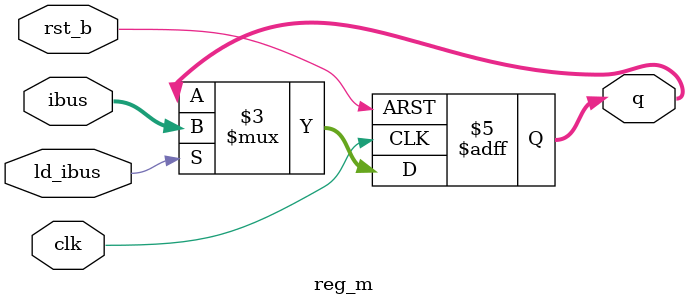
<source format=v>
module reg_m (input clk, rst_b, ld_ibus, input [7:0] ibus, output reg [7:0] q); 

always @ (posedge clk, negedge rst_b)
if (!rst_b)        q <= 0;
else if (ld_ibus)  q <= ibus;

endmodule
</source>
